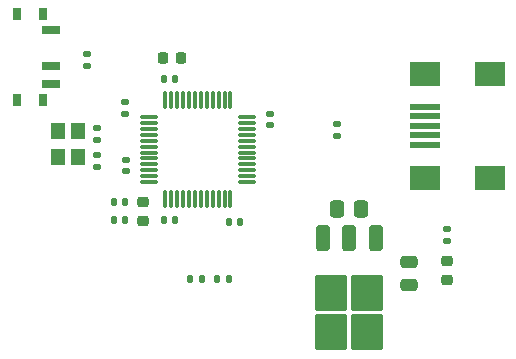
<source format=gbr>
%TF.GenerationSoftware,KiCad,Pcbnew,7.0.11*%
%TF.CreationDate,2024-12-27T12:08:23+01:00*%
%TF.ProjectId,Esp32 dev board,45737033-3220-4646-9576-20626f617264,rev?*%
%TF.SameCoordinates,Original*%
%TF.FileFunction,Paste,Top*%
%TF.FilePolarity,Positive*%
%FSLAX46Y46*%
G04 Gerber Fmt 4.6, Leading zero omitted, Abs format (unit mm)*
G04 Created by KiCad (PCBNEW 7.0.11) date 2024-12-27 12:08:23*
%MOMM*%
%LPD*%
G01*
G04 APERTURE LIST*
G04 Aperture macros list*
%AMRoundRect*
0 Rectangle with rounded corners*
0 $1 Rounding radius*
0 $2 $3 $4 $5 $6 $7 $8 $9 X,Y pos of 4 corners*
0 Add a 4 corners polygon primitive as box body*
4,1,4,$2,$3,$4,$5,$6,$7,$8,$9,$2,$3,0*
0 Add four circle primitives for the rounded corners*
1,1,$1+$1,$2,$3*
1,1,$1+$1,$4,$5*
1,1,$1+$1,$6,$7*
1,1,$1+$1,$8,$9*
0 Add four rect primitives between the rounded corners*
20,1,$1+$1,$2,$3,$4,$5,0*
20,1,$1+$1,$4,$5,$6,$7,0*
20,1,$1+$1,$6,$7,$8,$9,0*
20,1,$1+$1,$8,$9,$2,$3,0*%
G04 Aperture macros list end*
%ADD10RoundRect,0.140000X0.170000X-0.140000X0.170000X0.140000X-0.170000X0.140000X-0.170000X-0.140000X0*%
%ADD11R,0.800000X1.000000*%
%ADD12R,1.500000X0.700000*%
%ADD13R,2.500000X0.500000*%
%ADD14R,2.500000X2.000000*%
%ADD15RoundRect,0.140000X-0.140000X-0.170000X0.140000X-0.170000X0.140000X0.170000X-0.140000X0.170000X0*%
%ADD16R,1.200000X1.400000*%
%ADD17RoundRect,0.140000X0.140000X0.170000X-0.140000X0.170000X-0.140000X-0.170000X0.140000X-0.170000X0*%
%ADD18RoundRect,0.135000X-0.135000X-0.185000X0.135000X-0.185000X0.135000X0.185000X-0.135000X0.185000X0*%
%ADD19RoundRect,0.135000X-0.185000X0.135000X-0.185000X-0.135000X0.185000X-0.135000X0.185000X0.135000X0*%
%ADD20RoundRect,0.218750X-0.256250X0.218750X-0.256250X-0.218750X0.256250X-0.218750X0.256250X0.218750X0*%
%ADD21RoundRect,0.250000X0.475000X-0.250000X0.475000X0.250000X-0.475000X0.250000X-0.475000X-0.250000X0*%
%ADD22RoundRect,0.135000X0.185000X-0.135000X0.185000X0.135000X-0.185000X0.135000X-0.185000X-0.135000X0*%
%ADD23RoundRect,0.225000X-0.225000X-0.250000X0.225000X-0.250000X0.225000X0.250000X-0.225000X0.250000X0*%
%ADD24RoundRect,0.250000X-0.350000X0.850000X-0.350000X-0.850000X0.350000X-0.850000X0.350000X0.850000X0*%
%ADD25RoundRect,0.250000X-1.125000X1.275000X-1.125000X-1.275000X1.125000X-1.275000X1.125000X1.275000X0*%
%ADD26RoundRect,0.250000X-0.337500X-0.475000X0.337500X-0.475000X0.337500X0.475000X-0.337500X0.475000X0*%
%ADD27RoundRect,0.140000X-0.170000X0.140000X-0.170000X-0.140000X0.170000X-0.140000X0.170000X0.140000X0*%
%ADD28RoundRect,0.135000X0.135000X0.185000X-0.135000X0.185000X-0.135000X-0.185000X0.135000X-0.185000X0*%
%ADD29RoundRect,0.075000X-0.075000X-0.662500X0.075000X-0.662500X0.075000X0.662500X-0.075000X0.662500X0*%
%ADD30RoundRect,0.075000X-0.662500X-0.075000X0.662500X-0.075000X0.662500X0.075000X-0.662500X0.075000X0*%
G04 APERTURE END LIST*
D10*
%TO.C,C6*%
X194560000Y-61860000D03*
X194560000Y-60900000D03*
%TD*%
D11*
%TO.C,SW1*%
X187550000Y-48560000D03*
X185340000Y-48560000D03*
X187550000Y-55860000D03*
X185340000Y-55860000D03*
D12*
X188200000Y-49960000D03*
X188200000Y-52960000D03*
X188200000Y-54460000D03*
%TD*%
D13*
%TO.C,J1*%
X219845000Y-59630000D03*
X219845000Y-58830000D03*
X219845000Y-58030000D03*
X219845000Y-57230000D03*
X219845000Y-56430000D03*
D14*
X219845000Y-62430000D03*
X225345000Y-62430000D03*
X219845000Y-53630000D03*
X225345000Y-53630000D03*
%TD*%
D15*
%TO.C,C1*%
X197780000Y-54080000D03*
X198740000Y-54080000D03*
%TD*%
D16*
%TO.C,Y1*%
X188800000Y-58500000D03*
X188800000Y-60700000D03*
X190500000Y-60700000D03*
X190500000Y-58500000D03*
%TD*%
D17*
%TO.C,C7*%
X194500000Y-64500000D03*
X193540000Y-64500000D03*
%TD*%
%TO.C,C3*%
X204250000Y-66190000D03*
X203290000Y-66190000D03*
%TD*%
D18*
%TO.C,R5*%
X202230000Y-71000000D03*
X203250000Y-71000000D03*
%TD*%
D19*
%TO.C,R2*%
X212430000Y-57890000D03*
X212430000Y-58910000D03*
%TD*%
D20*
%TO.C,D1*%
X221750000Y-69500000D03*
X221750000Y-71075000D03*
%TD*%
D21*
%TO.C,C12*%
X218487500Y-71490000D03*
X218487500Y-69590000D03*
%TD*%
D22*
%TO.C,R3*%
X221750000Y-67760000D03*
X221750000Y-66740000D03*
%TD*%
D10*
%TO.C,C10*%
X192150000Y-59210000D03*
X192150000Y-58250000D03*
%TD*%
D22*
%TO.C,R1*%
X191300000Y-52930000D03*
X191300000Y-51910000D03*
%TD*%
D23*
%TO.C,C5*%
X199215000Y-52290000D03*
X197665000Y-52290000D03*
%TD*%
D10*
%TO.C,C11*%
X192150000Y-61480000D03*
X192150000Y-60520000D03*
%TD*%
%TO.C,C4*%
X194500000Y-57000000D03*
X194500000Y-56040000D03*
%TD*%
D24*
%TO.C,U1*%
X215767500Y-67550000D03*
X213487500Y-67550000D03*
D25*
X215012500Y-72175000D03*
X211962500Y-72175000D03*
X215012500Y-75525000D03*
X211962500Y-75525000D03*
D24*
X211207500Y-67550000D03*
%TD*%
D26*
%TO.C,C13*%
X212412500Y-65040000D03*
X214487500Y-65040000D03*
%TD*%
D15*
%TO.C,C9*%
X197790000Y-66000000D03*
X198750000Y-66000000D03*
%TD*%
D27*
%TO.C,C2*%
X206750000Y-57020000D03*
X206750000Y-57980000D03*
%TD*%
D17*
%TO.C,C8*%
X194480000Y-66000000D03*
X193520000Y-66000000D03*
%TD*%
D28*
%TO.C,R4*%
X201010000Y-71000000D03*
X199990000Y-71000000D03*
%TD*%
D29*
%TO.C,U4*%
X197910000Y-55880000D03*
X198410000Y-55880000D03*
X198910000Y-55880000D03*
X199410000Y-55880000D03*
X199910000Y-55880000D03*
X200410000Y-55880000D03*
X200910000Y-55880000D03*
X201410000Y-55880000D03*
X201910000Y-55880000D03*
X202410000Y-55880000D03*
X202910000Y-55880000D03*
X203410000Y-55880000D03*
D30*
X204822500Y-57292500D03*
X204822500Y-57792500D03*
X204822500Y-58292500D03*
X204822500Y-58792500D03*
X204822500Y-59292500D03*
X204822500Y-59792500D03*
X204822500Y-60292500D03*
X204822500Y-60792500D03*
X204822500Y-61292500D03*
X204822500Y-61792500D03*
X204822500Y-62292500D03*
X204822500Y-62792500D03*
D29*
X203410000Y-64205000D03*
X202910000Y-64205000D03*
X202410000Y-64205000D03*
X201910000Y-64205000D03*
X201410000Y-64205000D03*
X200910000Y-64205000D03*
X200410000Y-64205000D03*
X199910000Y-64205000D03*
X199410000Y-64205000D03*
X198910000Y-64205000D03*
X198410000Y-64205000D03*
X197910000Y-64205000D03*
D30*
X196497500Y-62792500D03*
X196497500Y-62292500D03*
X196497500Y-61792500D03*
X196497500Y-61292500D03*
X196497500Y-60792500D03*
X196497500Y-60292500D03*
X196497500Y-59792500D03*
X196497500Y-59292500D03*
X196497500Y-58792500D03*
X196497500Y-58292500D03*
X196497500Y-57792500D03*
X196497500Y-57292500D03*
%TD*%
D20*
%TO.C,FB1*%
X196000000Y-64500000D03*
X196000000Y-66075000D03*
%TD*%
M02*

</source>
